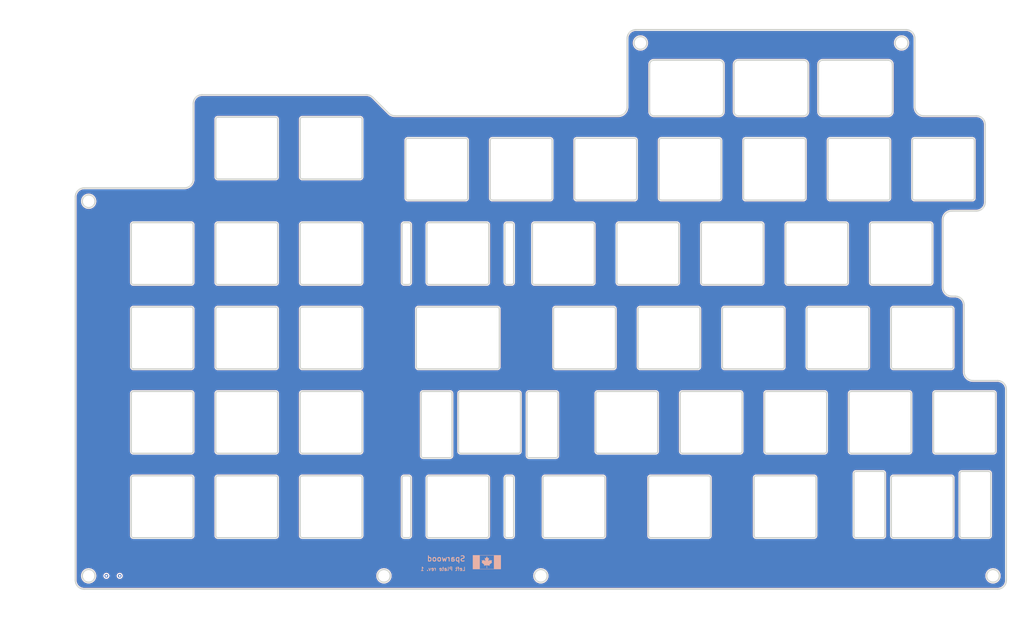
<source format=kicad_pcb>
(kicad_pcb (version 20211014) (generator pcbnew)
  (layers (0 "F.Cu" signal) (31 "B.Cu" signal) (34 "B.Paste" user) (35 "F.Paste" user) (36 "B.SilkS" user "B.Silkscreen") (37 "F.SilkS" user "F.Silkscreen") (38 "B.Mask" user) (39 "F.Mask" user) (44 "Edge.Cuts" user))
  (net 0 "")
  (gr_poly (pts (xy 139.503266 146.740484) (xy 136.459235 146.740484) (xy 136.393751 146.675) (xy 139.568751 146.675)) (layer "B.SilkS") (width 0.006) (fill solid))
  (gr_poly (pts (xy 136.393751 149.85) (xy 134.806251 149.85) (xy 134.806251 146.675) (xy 136.393751 146.675)) (layer "B.SilkS") (width 0.006) (fill solid))
  (gr_poly (pts (xy 141.15625 149.85) (xy 139.568751 149.85) (xy 139.568751 146.675) (xy 141.15625 146.675)) (layer "B.SilkS") (width 0.006) (fill solid))
  (gr_poly (pts (xy 138.200855 147.370854) (xy 138.201901 147.372817) (xy 138.203042 147.374715) (xy 138.204274 147.376544) (xy 138.205594 147.378302) (xy 138.206998 147.379987) (xy 138.208484 147.381594) (xy 138.210047 147.383122) (xy 138.211685 147.384568) (xy 138.213394 147.385928) (xy 138.215172 147.387201) (xy 138.217014 147.388383) (xy 138.218917 147.389472) (xy 138.220878 147.390465) (xy 138.222894 147.391359) (xy 138.224962 147.392151) (xy 138.227078 147.392839) (xy 138.229226 147.393416) (xy 138.231391 147.39388) (xy 138.233569 147.39423) (xy 138.235754 147.394468) (xy 138.237943 147.394593) (xy 138.240132 147.394607) (xy 138.242316 147.39451) (xy 138.244491 147.394301) (xy 138.246652 147.393983) (xy 138.248796 147.393555) (xy 138.250918 147.393018) (xy 138.253013 147.392372) (xy 138.255079 147.391618) (xy 138.257109 147.390757) (xy 138.2591 147.389788) (xy 138.261048 147.388714) (xy 138.477344 147.263698) (xy 138.342407 147.959552) (xy 138.342106 147.96131) (xy 138.341879 147.963068) (xy 138.341726 147.964822) (xy 138.341644 147.966572) (xy 138.341634 147.968314) (xy 138.341695 147.970048) (xy 138.341825 147.971772) (xy 138.342024 147.973483) (xy 138.34229 147.97518) (xy 138.342623 147.97686) (xy 138.343022 147.978523) (xy 138.343486 147.980165) (xy 138.344014 147.981786) (xy 138.344605 147.983383) (xy 138.345258 147.984954) (xy 138.345973 147.986498) (xy 138.346747 147.988013) (xy 138.347582 147.989496) (xy 138.348474 147.990946) (xy 138.349425 147.992361) (xy 138.350432 147.993739) (xy 138.351495 147.995078) (xy 138.352612 147.996377) (xy 138.353784 147.997633) (xy 138.355008 147.998844) (xy 138.356285 148.000009) (xy 138.357613 148.001126) (xy 138.358991 148.002193) (xy 138.360418 148.003208) (xy 138.361894 148.004169) (xy 138.363417 148.005074) (xy 138.364987 148.005921) (xy 138.366591 148.006703) (xy 138.368214 148.007414) (xy 138.369855 148.008053) (xy 138.371511 148.008622) (xy 138.373181 148.009121) (xy 138.374862 148.009549) (xy 138.376553 148.009908) (xy 138.378251 148.010197) (xy 138.379955 148.010417) (xy 138.381661 148.010569) (xy 138.383369 148.010652) (xy 138.385076 148.010668) (xy 138.388478 148.010497) (xy 138.391852 148.010058) (xy 138.39518 148.009354) (xy 138.398447 148.008389) (xy 138.400053 148.007809) (xy 138.401636 148.007164) (xy 138.403196 148.006456) (xy 138.40473 148.005684) (xy 138.406237 148.004848) (xy 138.407713 148.00395) (xy 138.409158 148.002988) (xy 138.410568 148.001965) (xy 138.411943 148.000879) (xy 138.413279 147.999732) (xy 138.414575 147.998524) (xy 138.415829 147.997255) (xy 138.695626 147.696953) (xy 138.765079 147.860333) (xy 138.76587 147.862071) (xy 138.76673 147.863759) (xy 138.767657 147.865397) (xy 138.768648 147.866982) (xy 138.770814 147.869991) (xy 138.773211 147.872778) (xy 138.775819 147.875334) (xy 138.778622 147.877648) (xy 138.7816 147.879712) (xy 138.784737 147.881516) (xy 138.788015 147.883051) (xy 138.791414 147.884307) (xy 138.794917 147.885275) (xy 138.798507 147.885946) (xy 138.802164 147.88631) (xy 138.805872 147.886358) (xy 138.807739 147.886261) (xy 138.809612 147.886081) (xy 138.811488 147.885817) (xy 138.813365 147.885469) (xy 139.171876 147.809401) (xy 139.048844 148.187755) (xy 139.04826 148.189691) (xy 139.04777 148.191635) (xy 139.047374 148.193583) (xy 139.04707 148.195534) (xy 139.046858 148.197485) (xy 139.046736 148.199432) (xy 139.046702 148.201374) (xy 139.046757 148.203307) (xy 139.046898 148.205229) (xy 139.047124 148.207137) (xy 139.047435 148.209027) (xy 139.047829 148.210899) (xy 139.048304 148.212748) (xy 139.048861 148.214572) (xy 139.049497 148.216368) (xy 139.050211 148.218134) (xy 139.051002 148.219867) (xy 139.05187 148.221563) (xy 139.052812 148.223221) (xy 139.053828 148.224838) (xy 139.054916 148.22641) (xy 139.056076 148.227936) (xy 139.057306 148.229412) (xy 139.058604 148.230835) (xy 139.059971 148.232204) (xy 139.061404 148.233514) (xy 139.062902 148.234764) (xy 139.064465 148.235951) (xy 139.06609 148.237072) (xy 139.067778 148.238124) (xy 139.069526 148.239104) (xy 139.071334 148.24001) (xy 139.211563 148.305495) (xy 138.589131 148.809526) (xy 138.586557 148.811791) (xy 138.584197 148.814224) (xy 138.582056 148.816811) (xy 138.580137 148.819538) (xy 138.578444 148.822389) (xy 138.576981 148.82535) (xy 138.575753 148.828407) (xy 138.574763 148.831545) (xy 138.574016 148.834749) (xy 138.573514 148.838005) (xy 138.573263 148.841299) (xy 138.573266 148.844614) (xy 138.573528 148.847938) (xy 138.574052 148.851256) (xy 138.574842 148.854552) (xy 138.575902 148.857812) (xy 138.652631 149.069479) (xy 138.084438 148.969599) (xy 138.080917 148.969095) (xy 138.077393 148.968793) (xy 138.073874 148.968689) (xy 138.070368 148.968782) (xy 138.066884 148.96907) (xy 138.063428 148.96955) (xy 138.060009 148.970219) (xy 138.056635 148.971076) (xy 138.053313 148.972119) (xy 138.050052 148.973345) (xy 138.046859 148.974752) (xy 138.043743 148.976337) (xy 138.040711 148.978099) (xy 138.037771 148.980036) (xy 138.034931 148.982144) (xy 138.032199 148.984422) (xy 138.0296 148.986851) (xy 138.027156 148.989408) (xy 138.02487 148.992085) (xy 138.022746 148.994875) (xy 138.020787 148.997771) (xy 138.018995 149.000765) (xy 138.017374 149.003849) (xy 138.015928 149.007016) (xy 138.014659 149.010258) (xy 138.013571 149.013567) (xy 138.012667 149.016937) (xy 138.01195 149.020359) (xy 138.011423 149.023826) (xy 138.01109 149.027331) (xy 138.010953 149.030865) (xy 138.011016 149.034422) (xy 138.040782 149.60526) (xy 137.921719 149.60526) (xy 137.951485 149.034422) (xy 137.951548 149.030865) (xy 137.951412 149.027331) (xy 137.951079 149.023826) (xy 137.950552 149.020359) (xy 137.949835 149.016937) (xy 137.948931 149.013567) (xy 137.947842 149.010258) (xy 137.946574 149.007016) (xy 137.945127 149.003849) (xy 137.943507 149.000765) (xy 137.941715 148.997771) (xy 137.939756 148.994875) (xy 137.937631 148.992085) (xy 137.935346 148.989408) (xy 137.932902 148.986851) (xy 137.930303 148.984422) (xy 137.927571 148.982144) (xy 137.924731 148.980036) (xy 137.921791 148.978099) (xy 137.918759 148.976337) (xy 137.915642 148.974752) (xy 137.91245 148.973345) (xy 137.909189 148.972119) (xy 137.905867 148.971076) (xy 137.902493 148.970219) (xy 137.899074 148.96955) (xy 137.895618 148.96907) (xy 137.892133 148.968782) (xy 137.888628 148.968689) (xy 137.885109 148.968793) (xy 137.881585 148.969095) (xy 137.878063 148.969599) (xy 137.309871 149.069479) (xy 137.3866 148.857812) (xy 137.387164 148.856188) (xy 137.38766 148.854552) (xy 137.388089 148.852907) (xy 137.38845 148.851256) (xy 137.388745 148.849599) (xy 137.388974 148.847938) (xy 137.389137 148.846276) (xy 137.389235 148.844614) (xy 137.389269 148.842955) (xy 137.389239 148.841299) (xy 137.389145 148.839648) (xy 137.388988 148.838005) (xy 137.388768 148.836372) (xy 137.388486 148.834749) (xy 137.388143 148.83314) (xy 137.387739 148.831545) (xy 137.387274 148.829967) (xy 137.386749 148.828407) (xy 137.386164 148.826868) (xy 137.38552 148.82535) (xy 137.384818 148.823857) (xy 137.384058 148.822389) (xy 137.38324 148.820948) (xy 137.382365 148.819538) (xy 137.381434 148.818158) (xy 137.380446 148.816811) (xy 137.379403 148.815499) (xy 137.378305 148.814224) (xy 137.377152 148.812987) (xy 137.375945 148.811791) (xy 137.374684 148.810636) (xy 137.373371 148.809526) (xy 136.750938 148.305495) (xy 136.891168 148.24001) (xy 136.892975 148.239104) (xy 136.894724 148.238124) (xy 136.896411 148.237072) (xy 136.898037 148.235951) (xy 136.899599 148.234764) (xy 136.901098 148.233514) (xy 136.902531 148.232204) (xy 136.903897 148.230835) (xy 136.905196 148.229412) (xy 136.906426 148.227936) (xy 136.908674 148.224838) (xy 136.910632 148.221563) (xy 136.912291 148.218134) (xy 136.913641 148.214572) (xy 136.914673 148.210899) (xy 136.915377 148.207137) (xy 136.915604 148.205229) (xy 136.915745 148.203307) (xy 136.915799 148.201374) (xy 136.915766 148.199432) (xy 136.915644 148.197485) (xy 136.915431 148.195534) (xy 136.915128 148.193583) (xy 136.914732 148.191635) (xy 136.914242 148.189691) (xy 136.913657 148.187755) (xy 136.790626 147.809401) (xy 137.149136 147.885469) (xy 137.151014 147.885817) (xy 137.15289 147.886081) (xy 137.154763 147.886261) (xy 137.15663 147.886358) (xy 137.158489 147.886375) (xy 137.160337 147.88631) (xy 137.162174 147.886167) (xy 137.163995 147.885946) (xy 137.165799 147.885649) (xy 137.167584 147.885275) (xy 137.169348 147.884828) (xy 137.171088 147.884307) (xy 137.172802 147.883714) (xy 137.174487 147.883051) (xy 137.176142 147.882318) (xy 137.177764 147.881516) (xy 137.179351 147.880647) (xy 137.180901 147.879712) (xy 137.182411 147.878712) (xy 137.18388 147.877648) (xy 137.185304 147.876522) (xy 137.186683 147.875334) (xy 137.188012 147.874086) (xy 137.189291 147.872778) (xy 137.190517 147.871413) (xy 137.191687 147.869991) (xy 137.1928 147.868514) (xy 137.193853 147.866982) (xy 137.194844 147.865397) (xy 137.195771 147.863759) (xy 137.196631 147.862071) (xy 137.197423 147.860333) (xy 137.266876 147.696953) (xy 137.546673 147.997255) (xy 137.549223 147.999732) (xy 137.551933 148.001965) (xy 137.554788 148.00395) (xy 137.557771 148.005684) (xy 137.560865 148.007164) (xy 137.564054 148.008389) (xy 137.567321 148.009354) (xy 137.57065 148.010058) (xy 137.574024 148.010497) (xy 137.577426 148.010668) (xy 137.58084 148.010569) (xy 137.58425 148.010197) (xy 137.587639 148.009549) (xy 137.59099 148.008622) (xy 137.594288 148.007414) (xy 137.597514 148.005921) (xy 137.600607 148.004169) (xy 137.603511 148.002193) (xy 137.606216 148.000009) (xy 137.608718 147.997633) (xy 137.611007 147.995078) (xy 137.613077 147.992361) (xy 137.61492 147.989496) (xy 137.616529 147.986498) (xy 137.617897 147.983383) (xy 137.619016 147.980165) (xy 137.619878 147.97686) (xy 137.620478 147.973483) (xy 137.620807 147.970048) (xy 137.620857 147.966572) (xy 137.620622 147.963068) (xy 137.620095 147.959552) (xy 137.485157 147.263698) (xy 137.701454 147.388714) (xy 137.703402 147.389788) (xy 137.705393 147.390757) (xy 137.707423 147.391618) (xy 137.709488 147.392372) (xy 137.711584 147.393018) (xy 137.713706 147.393555) (xy 137.715849 147.393983) (xy 137.718011 147.394301) (xy 137.720186 147.39451) (xy 137.722369 147.394607) (xy 137.724558 147.394593) (xy 137.726747 147.394468) (xy 137.728933 147.39423) (xy 137.73111 147.39388) (xy 137.733275 147.393416) (xy 137.735424 147.392839) (xy 137.737539 147.392151) (xy 137.739607 147.391359) (xy 137.741623 147.390465) (xy 137.743585 147.389472) (xy 137.745488 147.388383) (xy 137.74733 147.387201) (xy 137.749107 147.385928) (xy 137.750817 147.384568) (xy 137.752455 147.383122) (xy 137.754018 147.381594) (xy 137.755504 147.379987) (xy 137.756908 147.378302) (xy 137.758228 147.376544) (xy 137.75946 147.374715) (xy 137.7606 147.372817) (xy 137.761647 147.370854) (xy 137.981251 146.939583)) (layer "B.SilkS") (width 0.006) (fill solid))
  (gr_poly (pts (xy 139.568751 149.85) (xy 136.393751 149.85) (xy 136.459235 149.784515) (xy 139.503266 149.784515)) (layer "B.SilkS") (width 0.006) (fill solid))
  (gr_arc (start 109.35625 90.65) (mid 109.709803 90.796447) (end 109.85625 91.15) (layer "Edge.Cuts") (width 0.3))
  (gr_line (start 137.93125 71.6) (end 124.93125 71.6) (layer "Edge.Cuts") (width 0.3))
  (gr_line (start 186.34375 85.1) (end 186.34375 72.1) (layer "Edge.Cuts") (width 0.3))
  (gr_arc (start 214.91875 53.05) (mid 215.065197 52.696447) (end 215.41875 52.55) (layer "Edge.Cuts") (width 0.3))
  (gr_arc (start 95.85625 72.1) (mid 96.002697 71.746447) (end 96.35625 71.6) (layer "Edge.Cuts") (width 0.3))
  (gr_arc (start 90.30625 128.75) (mid 90.659803 128.896447) (end 90.80625 129.25) (layer "Edge.Cuts") (width 0.3))
  (gr_line (start 234.46875 52.55) (end 247.46875 52.55) (layer "Edge.Cuts") (width 0.3))
  (gr_arc (start 120.16875 66.55) (mid 119.815197 66.403553) (end 119.66875 66.05) (layer "Edge.Cuts") (width 0.3))
  (gr_arc (start 139.21875 66.55) (mid 138.865197 66.403553) (end 138.71875 66.05) (layer "Edge.Cuts") (width 0.3))
  (gr_arc (start 186.05625 104.15) (mid 185.909803 104.503553) (end 185.55625 104.65) (layer "Edge.Cuts") (width 0.3))
  (gr_arc (start 153.50625 104.65) (mid 153.152697 104.503553) (end 153.00625 104.15) (layer "Edge.Cuts") (width 0.3))
  (gr_arc (start 57.75625 91.15) (mid 57.902697 90.796447) (end 58.25625 90.65) (layer "Edge.Cuts") (width 0.3))
  (gr_line (start 71.75625 72.1) (end 71.75625 85.1) (layer "Edge.Cuts") (width 0.3))
  (gr_line (start 71.25625 142.75) (end 58.25625 142.75) (layer "Edge.Cuts") (width 0.3))
  (gr_line (start 95.85625 72.1) (end 95.85625 85.1) (layer "Edge.Cuts") (width 0.3))
  (gr_arc (start 124.43125 129.25) (mid 124.577697 128.896447) (end 124.93125 128.75) (layer "Edge.Cuts") (width 0.3))
  (gr_arc (start 214.13125 109.7) (mid 214.484803 109.846447) (end 214.63125 110.2) (layer "Edge.Cuts") (width 0.3))
  (gr_arc (start 175.67475 47.522) (mid 174.967643 47.229107) (end 174.67475 46.522) (layer "Edge.Cuts") (width 0.3))
  (gr_line (start 227.26825 142.75) (end 221.26825 142.75) (layer "Edge.Cuts") (width 0.3))
  (gr_line (start 144.03125 142.25) (end 144.03125 129.25) (layer "Edge.Cuts") (width 0.3))
  (gr_arc (start 195.58125 123.2) (mid 195.434803 123.553553) (end 195.08125 123.7) (layer "Edge.Cuts") (width 0.3))
  (gr_arc (start 120.33125 128.75) (mid 120.684803 128.896447) (end 120.83125 129.25) (layer "Edge.Cuts") (width 0.3))
  (gr_arc (start 109.85625 142.25) (mid 109.709803 142.603553) (end 109.35625 142.75) (layer "Edge.Cuts") (width 0.3))
  (gr_arc (start 144.03125 85.1) (mid 143.884803 85.453553) (end 143.53125 85.6) (layer "Edge.Cuts") (width 0.3))
  (gr_arc (start 221.26825 142.75) (mid 220.914697 142.603553) (end 220.76825 142.25) (layer "Edge.Cuts") (width 0.3))
  (gr_line (start 145.075 123.7) (end 132.075 123.7) (layer "Edge.Cuts") (width 0.3))
  (gr_arc (start 119.33125 85.6) (mid 118.977697 85.453553) (end 118.83125 85.1) (layer "Edge.Cuts") (width 0.3))
  (gr_arc (start 171.26875 52.55) (mid 171.622303 52.696447) (end 171.76875 53.05) (layer "Edge.Cuts") (width 0.3))
  (gr_arc (start 137.93125 128.75) (mid 138.284803 128.896447) (end 138.43125 129.25) (layer "Edge.Cuts") (width 0.3))
  (gr_arc (start 153.513 109.7) (mid 153.866521 109.846464) (end 154.013 110.2) (layer "Edge.Cuts") (width 0.3))
  (gr_line (start 90.80625 91.15) (end 90.80625 104.15) (layer "Edge.Cuts") (width 0.3))
  (gr_arc (start 140.3125 90.65) (mid 140.666021 90.796464) (end 140.8125 91.15) (layer "Edge.Cuts") (width 0.3))
  (gr_line (start 142.03125 85.1) (end 142.03125 72.1) (layer "Edge.Cuts") (width 0.3))
  (gr_arc (start 76.80625 48.2875) (mid 76.952697 47.933947) (end 77.30625 47.7875) (layer "Edge.Cuts") (width 0.3))
  (gr_line (start 210.15625 104.15) (end 210.15625 91.15) (layer "Edge.Cuts") (width 0.3))
  (gr_line (start 152.21875 52.55) (end 139.21875 52.55) (layer "Edge.Cuts") (width 0.3))
  (gr_line (start 138.43125 85.1) (end 138.43125 72.1) (layer "Edge.Cuts") (width 0.3))
  (gr_line (start 90.30625 123.7) (end 77.30625 123.7) (layer "Edge.Cuts") (width 0.3))
  (gr_line (start 71.75625 44.7375) (end 71.75625 61.7875) (layer "Edge.Cuts") (width 0.3))
  (gr_arc (start 191.10625 91.15) (mid 191.252697 90.796447) (end 191.60625 90.65) (layer "Edge.Cuts") (width 0.3))
  (gr_arc (start 218.89375 71.6) (mid 219.247303 71.746447) (end 219.39375 72.1) (layer "Edge.Cuts") (width 0.3))
  (gr_arc (start 158.26875 66.55) (mid 157.915197 66.403553) (end 157.76875 66.05) (layer "Edge.Cuts") (width 0.3))
  (gr_arc (start 95.85625 110.2) (mid 96.002697 109.846447) (end 96.35625 109.7) (layer "Edge.Cuts") (width 0.3))
  (gr_arc (start 109.85625 61.2875) (mid 109.709803 61.641053) (end 109.35625 61.7875) (layer "Edge.Cuts") (width 0.3))
  (gr_line (start 151.125 128.75) (end 164.125 128.75) (layer "Edge.Cuts") (width 0.3))
  (gr_arc (start 242.70625 128.75) (mid 243.059803 128.896447) (end 243.20625 129.25) (layer "Edge.Cuts") (width 0.3))
  (gr_line (start 186.84375 71.6) (end 199.84375 71.6) (layer "Edge.Cuts") (width 0.3))
  (gr_arc (start 215.41875 66.55) (mid 215.065197 66.403553) (end 214.91875 66.05) (layer "Edge.Cuts") (width 0.3))
  (gr_line (start 130.137 124.2) (end 130.137 110.2) (layer "Edge.Cuts") (width 0.3))
  (gr_arc (start 119.66875 53.05) (mid 119.815197 52.696447) (end 120.16875 52.55) (layer "Edge.Cuts") (width 0.3))
  (gr_line (start 120.33125 128.75) (end 119.33125 128.75) (layer "Edge.Cuts") (width 0.3))
  (gr_line (start 167.62475 47.5) (end 117.246062 47.5) (layer "Edge.Cuts") (width 0.3))
  (gr_line (start 90.30625 61.7875) (end 77.30625 61.7875) (layer "Edge.Cuts") (width 0.3))
  (gr_line (start 251.14425 142.75) (end 245.14425 142.75) (layer "Edge.Cuts") (width 0.3))
  (gr_arc (start 199.84375 71.6) (mid 200.197303 71.746447) (end 200.34375 72.1) (layer "Edge.Cuts") (width 0.3))
  (gr_arc (start 233.96875 53.05) (mid 234.115197 52.696447) (end 234.46875 52.55) (layer "Edge.Cuts") (width 0.3))
  (gr_line (start 124.43125 72.1) (end 124.43125 85.1) (layer "Edge.Cuts") (width 0.3))
  (gr_line (start 119.66875 66.05) (end 119.66875 53.05) (layer "Edge.Cuts") (width 0.3))
  (gr_circle (center 231.52475 31.05) (end 230.07475 31.05) (layer "Edge.Cuts") (width 0.3) (fill none))
  (gr_line (start 133.16875 66.55) (end 120.16875 66.55) (layer "Edge.Cuts") (width 0.3))
  (gr_arc (start 47.15625 154.35) (mid 45.742036 153.764214) (end 45.15625 152.35) (layer "Edge.Cuts") (width 0.3))
  (gr_arc (start 76.80625 129.25) (mid 76.952697 128.896447) (end 77.30625 128.75) (layer "Edge.Cuts") (width 0.3))
  (gr_line (start 234.52475 45.5) (end 234.52475 30.05) (layer "Edge.Cuts") (width 0.3))
  (gr_line (start 175.67475 47.522) (end 190.37475 47.522) (layer "Edge.Cuts") (width 0.3))
  (gr_arc (start 71.25625 71.6) (mid 71.609803 71.746447) (end 71.75625 72.1) (layer "Edge.Cuts") (width 0.3))
  (gr_line (start 153.513 124.7) (end 147.513 124.7) (layer "Edge.Cuts") (width 0.3))
  (gr_line (start 167.29375 72.1) (end 167.29375 85.1) (layer "Edge.Cuts") (width 0.3))
  (gr_arc (start 195.86875 53.05) (mid 196.015197 52.696447) (end 196.36875 52.55) (layer "Edge.Cuts") (width 0.3))
  (gr_line (start 180.79375 71.6) (end 167.79375 71.6) (layer "Edge.Cuts") (width 0.3))
  (gr_line (start 154.013 110.2) (end 154.013 124.2) (layer "Edge.Cuts") (width 0.3))
  (gr_arc (start 131.575 110.2) (mid 131.721444 109.846429) (end 132.075 109.7) (layer "Edge.Cuts") (width 0.3))
  (gr_line (start 162.24375 85.1) (end 162.24375 72.1) (layer "Edge.Cuts") (width 0.3))
  (gr_line (start 215.41875 52.55) (end 228.41875 52.55) (layer "Edge.Cuts") (width 0.3))
  (gr_line (start 174.9375 128.75) (end 187.9375 128.75) (layer "Edge.Cuts") (width 0.3))
  (gr_line (start 96.35625 123.7) (end 109.35625 123.7) (layer "Edge.Cuts") (width 0.3))
  (gr_arc (start 224.94375 85.6) (mid 224.590197 85.453553) (end 224.44375 85.1) (layer "Edge.Cuts") (width 0.3))
  (gr_line (start 71.25625 123.7) (end 58.25625 123.7) (layer "Edge.Cuts") (width 0.3))
  (gr_arc (start 90.80625 142.25) (mid 90.659803 142.603553) (end 90.30625 142.75) (layer "Edge.Cuts") (width 0.3))
  (gr_arc (start 143.53125 128.75) (mid 143.884803 128.896447) (end 144.03125 129.25) (layer "Edge.Cuts") (width 0.3))
  (gr_arc (start 247.46875 52.55) (mid 247.822303 52.696447) (end 247.96875 53.05) (layer "Edge.Cuts") (width 0.3))
  (gr_arc (start 223.65625 90.65) (mid 224.009803 90.796447) (end 224.15625 91.15) (layer "Edge.Cuts") (width 0.3))
  (gr_arc (start 229.20625 91.15) (mid 229.352697 90.796447) (end 229.70625 90.65) (layer "Edge.Cuts") (width 0.3))
  (gr_arc (start 182.08125 123.7) (mid 181.727697 123.553553) (end 181.58125 123.2) (layer "Edge.Cuts") (width 0.3))
  (gr_circle (center 48.15625 151.35) (end 46.70625 151.35) (layer "Edge.Cuts") (width 0.3) (fill none))
  (gr_line (start 205.89375 71.6) (end 218.89375 71.6) (layer "Edge.Cuts") (width 0.3))
  (gr_line (start 223.65625 104.65) (end 210.65625 104.65) (layer "Edge.Cuts") (width 0.3))
  (gr_arc (start 119.33125 142.75) (mid 118.977697 142.603553) (end 118.83125 142.25) (layer "Edge.Cuts") (width 0.3))
  (gr_arc (start 57.75625 129.25) (mid 57.902697 128.896447) (end 58.25625 128.75) (layer "Edge.Cuts") (width 0.3))
  (gr_arc (start 124.93125 85.6) (mid 124.577697 85.453553) (end 124.43125 85.1) (layer "Edge.Cuts") (width 0.3))
  (gr_line (start 109.35625 71.6) (end 96.35625 71.6) (layer "Edge.Cuts") (width 0.3))
  (gr_line (start 90.30625 104.65) (end 77.30625 104.65) (layer "Edge.Cuts") (width 0.3))
  (gr_arc (start 201.13125 123.7) (mid 200.777697 123.553553) (end 200.63125 123.2) (layer "Edge.Cuts") (width 0.3))
  (gr_arc (start 109.35625 128.75) (mid 109.709803 128.896447) (end 109.85625 129.25) (layer "Edge.Cuts") (width 0.3))
  (gr_arc (start 71.75625 44.7375) (mid 72.342036 43.323286) (end 73.75625 42.7375) (layer "Edge.Cuts") (width 0.3))
  (gr_line (start 205.39375 85.1) (end 205.39375 72.1) (layer "Edge.Cuts") (width 0.3))
  (gr_arc (start 220.18125 123.7) (mid 219.827697 123.553553) (end 219.68125 123.2) (layer "Edge.Cuts") (width 0.3))
  (gr_line (start 57.75625 85.1) (end 57.75625 72.1) (layer "Edge.Cuts") (width 0.3))
  (gr_line (start 77.30625 47.7875) (end 90.30625 47.7875) (layer "Edge.Cuts") (width 0.3))
  (gr_arc (start 167.79375 85.6) (mid 167.440197 85.453553) (end 167.29375 85.1) (layer "Edge.Cuts") (width 0.3))
  (gr_line (start 71.75625 110.2) (end 71.75625 123.2) (layer "Edge.Cuts") (width 0.3))
  (gr_arc (start 219.39375 85.1) (mid 219.247303 85.453553) (end 218.89375 85.6) (layer "Edge.Cuts") (width 0.3))
  (gr_arc (start 198.25 129.25) (mid 198.396444 128.896429) (end 198.75 128.75) (layer "Edge.Cuts") (width 0.3))
  (gr_line (start 119.33125 142.75) (end 120.33125 142.75) (layer "Edge.Cuts") (width 0.3))
  (gr_line (start 176.81875 53.05) (end 176.81875 66.05) (layer "Edge.Cuts") (width 0.3))
  (gr_arc (start 151.125 142.75) (mid 150.771479 142.603536) (end 150.625 142.25) (layer "Edge.Cuts") (width 0.3))
  (gr_line (start 90.80625 85.1) (end 90.80625 72.1) (layer "Edge.Cuts") (width 0.3))
  (gr_line (start 198.75 142.75) (end 211.75 142.75) (layer "Edge.Cuts") (width 0.3))
  (gr_arc (start 245.14425 142.75) (mid 244.790697 142.603553) (end 244.64425 142.25) (layer "Edge.Cuts") (width 0.3))
  (gr_arc (start 239.23125 123.7) (mid 238.877697 123.553553) (end 238.73125 123.2) (layer "Edge.Cuts") (width 0.3))
  (gr_line (start 95.85625 129.25) (end 95.85625 142.25) (layer "Edge.Cuts") (width 0.3))
  (gr_line (start 109.85625 91.15) (end 109.85625 104.15) (layer "Edge.Cuts") (width 0.3))
  (gr_line (start 76.80625 142.25) (end 76.80625 129.25) (layer "Edge.Cuts") (width 0.3))
  (gr_line (start 109.85625 61.2875) (end 109.85625 48.2875) (layer "Edge.Cuts") (width 0.3))
  (gr_arc (start 233.18125 109.7) (mid 233.534803 109.846447) (end 233.68125 110.2) (layer "Edge.Cuts") (width 0.3))
  (gr_line (start 195.58125 110.2) (end 195.58125 123.2) (layer "Edge.Cuts") (width 0.3))
  (gr_arc (start 205.89375 85.6) (mid 205.540197 85.453553) (end 205.39375 85.1) (layer "Edge.Cuts") (width 0.3))
  (gr_circle (center 252.15625 151.35) (end 250.70625 151.35) (layer "Edge.Cuts") (width 0.3) (fill none))
  (gr_line (start 147.513 109.7) (end 153.513 109.7) (layer "Edge.Cuts") (width 0.3))
  (gr_line (start 153.50625 104.65) (end 166.50625 104.65) (layer "Edge.Cuts") (width 0.3))
  (gr_arc (start 227.26825 127.75) (mid 227.621803 127.896447) (end 227.76825 128.25) (layer "Edge.Cuts") (width 0.3))
  (gr_arc (start 167.00625 104.15) (mid 166.859803 104.503553) (end 166.50625 104.65) (layer "Edge.Cuts") (width 0.3))
  (gr_arc (start 58.25625 142.75) (mid 57.902697 142.603553) (end 57.75625 142.25) (layer "Edge.Cuts") (width 0.3))
  (gr_circle (center 48.15625 66.7875) (end 46.70625 66.7875) (layer "Edge.Cuts") (width 0.3) (fill none))
  (gr_line (start 239.23125 109.7) (end 252.23125 109.7) (layer "Edge.Cuts") (width 0.3))
  (gr_arc (start 122.55 104.65) (mid 122.196479 104.503536) (end 122.05 104.15) (layer "Edge.Cuts") (width 0.3))
  (gr_arc (start 132.075 123.7) (mid 131.721479 123.553536) (end 131.575 123.2) (layer "Edge.Cuts") (width 0.3))
  (gr_arc (start 162.24375 85.1) (mid 162.097303 85.453553) (end 161.74375 85.6) (layer "Edge.Cuts") (width 0.3))
  (gr_arc (start 176.81875 53.05) (mid 176.965197 52.696447) (end 177.31875 52.55) (layer "Edge.Cuts") (width 0.3))
  (gr_line (start 196.36875 52.55) (end 209.36875 52.55) (layer "Edge.Cuts") (width 0.3))
  (gr_line (start 214.91875 66.05) (end 214.91875 53.05) (layer "Edge.Cuts") (width 0.3))
  (gr_line (start 132.075 109.7) (end 145.075 109.7) (layer "Edge.Cuts") (width 0.3))
  (gr_line (start 148.74375 85.6) (end 161.74375 85.6) (layer "Edge.Cuts") (width 0.3))
  (gr_arc (start 167.29375 72.1) (mid 167.440197 71.746447) (end 167.79375 71.6) (layer "Edge.Cuts") (width 0.3))
  (gr_arc (start 193.72475 35.922) (mid 194.017643 35.214893) (end 194.72475 34.922) (layer "Edge.Cuts") (width 0.3))
  (gr_line (start 147.013 124.2) (end 147.013 110.2) (layer "Edge.Cuts") (width 0.3))
  (gr_line (start 190.81875 66.05) (end 190.81875 53.05) (layer "Edge.Cuts") (width 0.3))
  (gr_arc (start 224.15625 104.15) (mid 224.009803 104.503553) (end 223.65625 104.65) (layer "Edge.Cuts") (width 0.3))
  (gr_line (start 255.15625 152.35) (end 255.15625 109.275) (layer "Edge.Cuts") (width 0.3))
  (gr_line (start 143.53125 85.6) (end 142.53125 85.6) (layer "Edge.Cuts") (width 0.3))
  (gr_arc (start 157.76875 53.05) (mid 157.915197 52.696447) (end 158.26875 52.55) (layer "Edge.Cuts") (width 0.3))
  (gr_line (start 243.20625 104.15) (end 243.20625 91.15) (layer "Edge.Cuts") (width 0.3))
  (gr_line (start 90.80625 129.25) (end 90.80625 142.25) (layer "Edge.Cuts") (width 0.3))
  (gr_line (start 195.86875 66.05) (end 195.86875 53.05) (layer "Edge.Cuts") (width 0.3))
  (gr_line (start 69.75625 63.7875) (end 47.15625 63.7875) (layer "Edge.Cuts") (width 0.3))
  (gr_line (start 181.29375 85.1) (end 181.29375 72.1) (layer "Edge.Cuts") (width 0.3))
  (gr_line (start 209.42475 34.922) (end 194.72475 34.922) (layer "Edge.Cuts") (width 0.3))
  (gr_arc (start 71.75625 61.7875) (mid 71.170464 63.201714) (end 69.75625 63.7875) (layer "Edge.Cuts") (width 0.3))
  (gr_line (start 140.8125 104.15) (end 140.8125 91.15) (layer "Edge.Cuts") (width 0.3))
  (gr_line (start 162.53125 110.2) (end 162.53125 123.2) (layer "Edge.Cuts") (width 0.3))
  (gr_arc (start 123.637 124.7) (mid 123.283479 124.553536) (end 123.137 124.2) (layer "Edge.Cuts") (width 0.3))
  (gr_arc (start 210.65625 104.65) (mid 210.302697 104.503553) (end 210.15625 104.15) (layer "Edge.Cuts") (width 0.3))
  (gr_arc (start 140.8125 104.15) (mid 140.666056 104.503571) (end 140.3125 104.65) (layer "Edge.Cuts") (width 0.3))
  (gr_arc (start 213.77475 47.522) (mid 213.067643 47.229107) (end 212.77475 46.522) (layer "Edge.Cuts") (width 0.3))
  (gr_arc (start 187.9375 128.75) (mid 188.291021 128.896464) (end 188.4375 129.25) (layer "Edge.Cuts") (width 0.3))
  (gr_arc (start 243.20625 142.25) (mid 243.059803 142.603553) (end 242.70625 142.75) (layer "Edge.Cuts") (width 0.3))
  (gr_line (start 194.72475 47.522) (end 209.42475 47.522) (layer "Edge.Cuts") (width 0.3))
  (gr_arc (start 244.64425 128.25) (mid 244.790697 127.896447) (end 245.14425 127.75) (layer "Edge.Cuts") (width 0.3))
  (gr_arc (start 154.013 124.2) (mid 153.866556 124.553571) (end 153.513 124.7) (layer "Edge.Cuts") (width 0.3))
  (gr_arc (start 96.35625 123.7) (mid 96.002697 123.553553) (end 95.85625 123.2) (layer "Edge.Cuts") (width 0.3))
  (gr_arc (start 90.30625 90.65) (mid 90.659803 90.796447) (end 90.80625 91.15) (layer "Edge.Cuts") (width 0.3))
  (gr_line (start 227.76825 128.25) (end 227.76825 142.25) (layer "Edge.Cuts") (width 0.3))
  (gr_line (start 161.74375 71.6) (end 148.74375 71.6) (layer "Edge.Cuts") (width 0.3))
  (gr_line (start 109.85625 142.25) (end 109.85625 129.25) (layer "Edge.Cuts") (width 0.3))
  (gr_line (start 237.94375 71.6) (end 224.94375 71.6) (layer "Edge.Cuts") (width 0.3))
  (gr_arc (start 95.85625 129.25) (mid 96.002697 128.896447) (end 96.35625 128.75) (layer "Edge.Cuts") (width 0.3))
  (gr_line (start 71.75625 91.15) (end 71.75625 104.15) (layer "Edge.Cuts") (width 0.3))
  (gr_line (start 120.83125 85.1) (end 120.83125 72.1) (layer "Edge.Cuts") (width 0.3))
  (gr_arc (start 200.34375 85.1) (mid 200.197303 85.453553) (end 199.84375 85.6) (layer "Edge.Cuts") (width 0.3))
  (gr_arc (start 190.31875 52.55) (mid 190.672303 52.696447) (end 190.81875 53.05) (layer "Edge.Cuts") (width 0.3))
  (gr_arc (start 58.25625 104.65) (mid 57.902697 104.503553) (end 57.75625 104.15) (layer "Edge.Cuts") (width 0.3))
  (gr_line (start 133.66875 53.05) (end 133.66875 66.05) (layer "Edge.Cuts") (width 0.3))
  (gr_arc (start 45.15625 65.7875) (mid 45.742036 64.373286) (end 47.15625 63.7875) (layer "Edge.Cuts") (width 0.3))
  (gr_arc (start 90.80625 123.2) (mid 90.659803 123.553553) (end 90.30625 123.7) (layer "Edge.Cuts") (width 0.3))
  (gr_line (start 77.30625 90.65) (end 90.30625 90.65) (layer "Edge.Cuts") (width 0.3))
  (gr_line (start 77.30625 109.7) (end 90.30625 109.7) (layer "Edge.Cuts") (width 0.3))
  (gr_arc (start 133.16875 52.55) (mid 133.522303 52.696447) (end 133.66875 53.05) (layer "Edge.Cuts") (width 0.3))
  (gr_arc (start 247.63125 107.275) (mid 246.217036 106.689214) (end 245.63125 105.275) (layer "Edge.Cuts") (width 0.3))
  (gr_line (start 120.33125 71.6) (end 119.33125 71.6) (layer "Edge.Cuts") (width 0.3))
  (gr_arc (start 238.44375 85.1) (mid 238.297303 85.453553) (end 237.94375 85.6) (layer "Edge.Cuts") (width 0.3))
  (gr_line (start 220.76825 142.25) (end 220.76825 128.25) (layer "Edge.Cuts") (width 0.3))
  (gr_line (start 193.72475 35.922) (end 193.72475 46.522) (layer "Edge.Cuts") (width 0.3))
  (gr_arc (start 124.43125 72.1) (mid 124.577697 71.746447) (end 124.93125 71.6) (layer "Edge.Cuts") (width 0.3))
  (gr_arc (start 163.03125 123.7) (mid 162.677697 123.553553) (end 162.53125 123.2) (layer "Edge.Cuts") (width 0.3))
  (gr_arc (start 252.23125 109.7) (mid 252.584803 109.846447) (end 252.73125 110.2) (layer "Edge.Cuts") (width 0.3))
  (gr_line (start 188.4375 129.25) (end 188.4375 142.25) (layer "Edge.Cuts") (width 0.3))
  (gr_arc (start 229.47475 46.522) (mid 229.181857 47.229107) (end 228.47475 47.522) (layer "Edge.Cuts") (width 0.3))
  (gr_arc (start 71.75625 85.1) (mid 71.609803 85.453553) (end 71.25625 85.6) (layer "Edge.Cuts") (width 0.3))
  (gr_arc (start 234.46875 66.55) (mid 234.115197 66.403553) (end 233.96875 66.05) (layer "Edge.Cuts") (width 0.3))
  (gr_arc (start 212.77475 35.922) (mid 213.067643 35.214893) (end 213.77475 34.922) (layer "Edge.Cuts") (width 0.3))
  (gr_arc (start 191.37475 46.522) (mid 191.081857 47.229107) (end 190.37475 47.522) (layer "Edge.Cuts") (width 0.3))
  (gr_line (start 195.08125 123.7) (end 182.08125 123.7) (layer "Edge.Cuts") (width 0.3))
  (gr_line (start 238.73125 123.2) (end 238.73125 110.2) (layer "Edge.Cuts") (width 0.3))
  (gr_line (start 166.50625 90.65) (end 153.50625 90.65) (layer "Edge.Cuts") (width 0.3))
  (gr_line (start 139.21875 66.55) (end 152.21875 66.55) (layer "Edge.Cuts") (width 0.3))
  (gr_line (start 167.00625 104.15) (end 167.00625 91.15) (layer "Edge.Cuts") (width 0.3))
  (gr_line (start 172.05625 91.15) (end 172.05625 104.15) (layer "Edge.Cuts") (width 0.3))
  (gr_line (start 58.25625 90.65) (end 71.25625 90.65) (layer "Edge.Cuts") (width 0.3))
  (gr_arc (start 196.36875 66.55) (mid 196.015197 66.403553) (end 195.86875 66.05) (layer "Edge.Cuts") (width 0.3))
  (gr_line (start 247.96875 53.05) (end 247.96875 66.05) (layer "Edge.Cuts") (width 0.3))
  (gr_arc (start 190.81875 66.05) (mid 190.672303 66.403553) (end 190.31875 66.55) (layer "Edge.Cuts") (width 0.3))
  (gr_line (start 186.05625 104.15) (end 186.05625 91.15) (layer "Edge.Cuts") (width 0.3))
  (gr_line (start 185.55625 90.65) (end 172.55625 90.65) (layer "Edge.Cuts") (width 0.3))
  (gr_arc (start 205.39375 72.1) (mid 205.540197 71.746447) (end 205.89375 71.6) (layer "Edge.Cuts") (width 0.3))
  (gr_line (start 247.46875 66.55) (end 234.46875 66.55) (layer "Edge.Cuts") (width 0.3))
  (gr_arc (start 181.29375 85.1) (mid 181.147303 85.453553) (end 180.79375 85.6) (layer "Edge.Cuts") (width 0.3))
  (gr_arc (start 142.03125 72.1) (mid 142.177697 71.746447) (end 142.53125 71.6) (layer "Edge.Cuts") (width 0.3))
  (gr_line (start 229.20625 129.25) (end 229.20625 142.25) (layer "Edge.Cuts") (width 0.3))
  (gr_arc (start 77.30625 104.65) (mid 76.952697 104.503553) (end 76.80625 104.15) (layer "Edge.Cuts") (width 0.3))
  (gr_line (start 122.55 104.65) (end 140.3125 104.65) (layer "Edge.Cuts") (width 0.3))
  (gr_line (start 169.62475 30.05) (end 169.62475 45.5) (layer "Edge.Cuts") (width 0.3))
  (gr_arc (start 117.246062 47.5) (mid 116.480693 47.347763) (end 115.831849 46.914214) (layer "Edge.Cuts") (width 0.3))
  (gr_line (start 96.35625 61.7875) (end 109.35625 61.7875) (layer "Edge.Cuts") (width 0.3))
  (gr_line (start 171.76875 53.05) (end 171.76875 66.05) (layer "Edge.Cuts") (width 0.3))
  (gr_line (start 242.70625 128.75) (end 229.70625 128.75) (layer "Edge.Cuts") (width 0.3))
  (gr_arc (start 57.75625 110.2) (mid 57.902697 109.846447) (end 58.25625 109.7) (layer "Edge.Cuts") (width 0.3))
  (gr_arc (start 194.72475 47.522) (mid 194.017643 47.229107) (end 193.72475 46.522) (layer "Edge.Cuts") (width 0.3))
  (gr_line (start 224.44375 72.1) (end 224.44375 85.1) (layer "Edge.Cuts") (width 0.3))
  (gr_arc (start 198.75 142.75) (mid 198.396479 142.603536) (end 198.25 142.25) (layer "Edge.Cuts") (width 0.3))
  (gr_line (start 90.80625 110.2) (end 90.80625 123.2) (layer "Edge.Cuts") (width 0.3))
  (gr_line (start 140.3125 90.65) (end 122.55 90.65) (layer "Edge.Cuts") (width 0.3))
  (gr_line (start 138.71875 53.05) (end 138.71875 66.05) (layer "Edge.Cuts") (width 0.3))
  (gr_arc (start 200.63125 110.2) (mid 200.777697 109.846447) (end 201.13125 109.7) (layer "Edge.Cuts") (width 0.3))
  (gr_line (start 205.10625 91.15) (end 205.10625 104.15) (layer "Edge.Cuts") (width 0.3))
  (gr_arc (start 248.39375 47.5) (mid 249.807964 48.085786) (end 250.39375 49.5) (layer "Edge.Cuts") (width 0.3))
  (gr_arc (start 109.85625 85.1) (mid 109.709803 85.453553) (end 109.35625 85.6) (layer "Edge.Cuts") (width 0.3))
  (gr_arc (start 228.47475 34.922) (mid 229.181857 35.214893) (end 229.47475 35.922) (layer "Edge.Cuts") (width 0.3))
  (gr_line (start 58.25625 109.7) (end 71.25625 109.7) (layer "Edge.Cuts") (width 0.3))
  (gr_line (start 252.23125 123.7) (end 239.23125 123.7) (layer "Edge.Cuts") (width 0.3))
  (gr_arc (start 130.137 124.2) (mid 129.990556 124.553571) (end 129.637 124.7) (layer "Edge.Cuts") (width 0.3))
  (gr_arc (start 148.74375 85.6) (mid 148.390197 85.453553) (end 148.24375 85.1) (layer "Edge.Cuts") (width 0.3))
  (gr_arc (start 174.67475 35.922) (mid 174.967643 35.214893) (end 175.67475 34.922) (layer "Edge.Cuts") (width 0.3))
  (gr_arc (start 138.43125 85.1) (mid 138.284803 85.453553) (end 137.93125 85.6) (layer "Edge.Cuts") (width 0.3))
  (gr_arc (start 58.25625 85.6) (mid 57.902697 85.453553) (end 57.75625 85.1) (layer "Edge.Cuts") (width 0.3))
  (gr_arc (start 243.20625 104.15) (mid 243.059803 104.503553) (end 242.70625 104.65) (layer "Edge.Cuts") (width 0.3))
  (gr_line (start 144.03125 72.1) (end 144.03125 85.1) (layer "Edge.Cuts") (width 0.3))
  (gr_arc (start 152.21875 52.55) (mid 152.572303 52.696447) (end 152.71875 53.05) (layer "Edge.Cuts") (width 0.3))
  (gr_line (start 124.43125 142.25) (end 124.43125 129.25) (layer "Edge.Cuts") (width 0.3))
  (gr_arc (start 242.86875 88.225) (mid 241.454536 87.639214) (end 240.86875 86.225) (layer "Edge.Cuts") (width 0.3))
  (gr_line (start 142.53125 71.6) (end 143.53125 71.6) (layer "Edge.Cuts") (width 0.3))
  (gr_line (start 214.63125 123.2) (end 214.63125 110.2) (layer "Edge.Cuts") (width 0.3))
  (gr_line (start 90.30625 142.75) (end 77.30625 142.75) (layer "Edge.Cuts") (width 0.3))
  (gr_line (start 242.86875 68.975) (end 248.39375 68.975) (layer "Edge.Cuts") (width 0.3))
  (gr_line (start 190.37475 34.922) (end 175.67475 34.922) (layer "Edge.Cuts") (width 0.3))
  (gr_arc (start 169.62475 45.5) (mid 169.038964 46.914214) (end 167.62475 47.5) (layer "Edge.Cuts") (width 0.3))
  (gr_arc (start 219.68125 110.2) (mid 219.827697 109.846447) (end 220.18125 109.7) (layer "Edge.Cuts") (width 0.3))
  (gr_arc (start 96.35625 85.6) (mid 96.002697 85.453553) (end 95.85625 85.1) (layer "Edge.Cuts") (width 0.3))
  (gr_line (start 58.25625 71.6) (end 71.25625 71.6) (layer "Edge.Cuts") (width 0.3))
  (gr_arc (start 224.44375 72.1) (mid 224.590197 71.746447) (end 224.94375 71.6) (layer "Edge.Cuts") (width 0.3))
  (gr_arc (start 120.83125 142.25) (mid 120.684803 142.603553) (end 120.33125 142.75) (layer "Edge.Cuts") (width 0.3))
  (gr_arc (start 164.125 128.75) (mid 164.478521 128.896464) (end 164.625 129.25) (layer "Edge.Cuts") (width 0.3))
  (gr_line (start 109.35625 47.7875) (end 96.35625 47.7875) (layer "Edge.Cuts") (width 0.3))
  (gr_line (start 119.33125 85.6) (end 120.33125 85.6) (layer "Edge.Cuts") (width 0.3))
  (gr_line (start 142.03125 129.25) (end 142.03125 142.25) (layer "Edge.Cuts") (width 0.3))
  (gr_arc (start 153.00625 91.15) (mid 153.152697 90.796447) (end 153.50625 90.65) (layer "Edge.Cuts") (width 0.3))
  (gr_arc (start 191.60625 104.65) (mid 191.252697 104.503553) (end 191.10625 104.15) (layer "Edge.Cuts") (width 0.3))
  (gr_line (start 252.73125 110.2) (end 252.73125 123.2) (layer "Edge.Cuts") (width 0.3))
  (gr_line (start 210.65625 90.65) (end 223.65625 90.65) (layer "Edge.Cuts") (width 0.3))
  (gr_line (start 124.93125 85.6) (end 137.93125 85.6) (layer "Edge.Cuts") (width 0.3))
  (gr_arc (start 205.10625 104.15) (mid 204.959803 104.503553) (end 204.60625 104.65) (layer "Edge.Cuts") (width 0.3))
  (gr_arc (start 71.75625 123.2) (mid 71.609803 123.553553) (end 71.25625 123.7) (layer "Edge.Cuts") (width 0.3))
  (gr_line (start 191.60625 90.65) (end 204.60625 90.65) (layer "Edge.Cuts") (width 0.3))
  (gr_arc (start 236.52475 47.5) (mid 235.110536 46.914214) (end 234.52475 45.5) (layer "Edge.Cuts") (width 0.3))
  (gr_arc (start 229.70625 104.65) (mid 229.352697 104.503553) (end 229.20625 104.15) (layer "Edge.Cuts") (width 0.3))
  (gr_arc (start 185.55625 90.65) (mid 185.909803 90.796447) (end 186.05625 91.15) (layer "Edge.Cuts") (width 0.3))
  (gr_line (start 191.10625 104.15) (end 191.10625 91.15) (layer "Edge.Cuts") (width 0.3))
  (gr_line (start 250.39375 66.975) (end 250.39375 49.5) (layer "Edge.Cuts") (width 0.3))
  (gr_arc (start 90.30625 71.6) (mid 90.659803 71.746447) (end 90.80625 72.1) (layer "Edge.Cuts") (width 0.3))
  (gr_line (start 118.83125 129.25) (end 118.83125 142.25) (layer "Edge.Cuts") (width 0.3))
  (gr_arc (start 58.25625 123.7) (mid 57.902697 123.553553) (end 57.75625 123.2) (layer "Edge.Cuts") (width 0.3))
  (gr_arc (start 181.58125 110.2) (mid 181.727697 109.846447) (end 182.08125 109.7) (layer "Edge.Cuts") (width 0.3))
  (gr_line (start 212.77475 35.922) (end 212.77475 46.522) (layer "Edge.Cuts") (width 0.3))
  (gr_arc (start 90.30625 109.7) (mid 90.659803 109.846447) (end 90.80625 110.2) (layer "Edge.Cuts") (width 0.3))
  (gr_line (start 182.08125 109.7) (end 195.08125 109.7) (layer "Edge.Cuts") (width 0.3))
  (gr_line (start 47.15625 154.35) (end 253.15625 154.35) (layer "Edge.Cuts") (width 0.3))
  (gr_line (start 57.75625 104.15) (end 57.75625 91.15) (layer "Edge.Cuts") (width 0.3))
  (gr_line (start 248.39375 47.5) (end 236.52475 47.5) (layer "Edge.Cuts") (width 0.3))
  (gr_arc (start 71.75625 142.25) (mid 71.609803 142.603553) (end 71.25625 142.75) (layer "Edge.Cuts") (width 0.3))
  (gr_arc (start 186.34375 72.1) (mid 186.490197 71.746447) (end 186.84375 71.6) (layer "Edge.Cuts") (width 0.3))
  (gr_arc (start 109.35625 71.6) (mid 109.709803 71.746447) (end 109.85625 72.1) (layer "Edge.Cuts") (width 0.3))
  (gr_arc (start 110.826708 42.7375) (mid 111.592084 42.889727) (end 112.240922 43.323286) (layer "Edge.Cuts") (width 0.3))
  (gr_line (start 233.68125 110.2) (end 233.68125 123.2) (layer "Edge.Cuts") (width 0.3))
  (gr_arc (start 120.83125 85.1) (mid 120.684803 85.453553) (end 120.33125 85.6) (layer "Edge.Cuts") (width 0.3))
  (gr_arc (start 138.71875 53.05) (mid 138.865197 52.696447) (end 139.21875 52.55) (layer "Edge.Cuts") (width 0.3))
  (gr_line (start 110.826708 42.7375) (end 73.75625 42.7375) (layer "Edge.Cuts") (width 0.3))
  (gr_line (start 158.26875 52.55) (end 171.26875 52.55) (layer "Edge.Cuts") (width 0.3))
  (gr_arc (start 172.05625 91.15) (mid 172.202697 90.796447) (end 172.55625 90.65) (layer "Edge.Cuts") (width 0.3))
  (gr_arc (start 137.93125 71.6) (mid 138.284803 71.746447) (end 138.43125 72.1) (layer "Edge.Cuts") (width 0.3))
  (gr_arc (start 90.80625 61.2875) (mid 90.659803 61.641053) (end 90.30625 61.7875) (layer "Edge.Cuts") (width 0.3))
  (gr_line (start 124.93125 128.75) (end 137.93125 128.75) (layer "Edge.Cuts") (width 0.3))
  (gr_line (start 77.30625 85.6) (end 90.30625 85.6) (layer "Edge.Cuts") (width 0.3))
  (gr_line (start 143.53125 128.75) (end 142.53125 128.75) (layer "Edge.Cuts") (width 0.3))
  (gr_line (start 211.75 128.75) (end 198.75 128.75) (layer "Edge.Cuts") (width 0.3))
  (gr_line (start 221.26825 127.75) (end 227.26825 127.75) (layer "Edge.Cuts") (width 0.3))
  (gr_arc (start 212.25 142.25) (mid 212.103556 142.603571) (end 211.75 142.75) (layer "Edge.Cuts") (width 0.3))
  (gr_line (start 120.16875 52.55) (end 133.16875 52.55) (layer "Edge.Cuts") (width 0.3))
  (gr_line (start 96.35625 85.6) (end 109.35625 85.6) (layer "Edge.Cuts") (width 0.3))
  (gr_arc (start 96.35625 61.7875) (mid 96.002697 61.641053) (end 95.85625 61.2875) (layer "Edge.Cuts") (width 0.3))
  (gr_arc (start 152.71875 66.05) (mid 152.572303 66.403553) (end 152.21875 66.55) (layer "Edge.Cuts") (width 0.3))
  (gr_line (start 148.24375 72.1) (end 148.24375 85.1) (layer "Edge.Cuts") (width 0.3))
  (gr_arc (start 76.80625 110.2) (mid 76.952697 109.846447) (end 77.30625 109.7) (layer "Edge.Cuts") (width 0.3))
  (gr_line (start 233.96875 66.05) (end 233.96875 53.05) (layer "Edge.Cuts") (width 0.3))
  (gr_arc (start 250.39375 66.975) (mid 249.807964 68.389214) (end 248.39375 68.975) (layer "Edge.Cuts") (width 0.3))
  (gr_arc (start 253.15625 107.275) (mid 254.570464 107.860786) (end 255.15625 109.275) (layer "Edge.Cuts") (width 0.3))
  (gr_line (start 242.70625 90.65) (end 229.70625 90.65) (layer "Edge.Cuts") (width 0.3))
  (gr_arc (start 109.35625 109.7) (mid 109.709803 109.846447) (end 109.85625 110.2) (layer "Edge.Cuts") (width 0.3))
  (gr_line (start 76.80625 61.2875) (end 76.80625 48.2875) (layer "Edge.Cuts") (width 0.3))
  (gr_line (start 95.85625 110.2) (end 95.85625 123.2) (layer "Edge.Cuts") (width 0.3))
  (gr_arc (start 109.85625 123.2) (mid 109.709803 123.553553) (end 109.35625 123.7) (layer "Edge.Cuts") (width 0.3))
  (gr_line (start 174.4375 142.25) (end 174.4375 129.25) (layer "Edge.Cuts") (width 0.3))
  (gr_arc (start 228.41875 52.55) (mid 228.772303 52.696447) (end 228.91875 53.05) (layer "Edge.Cuts") (width 0.3))
  (gr_line (start 244.64425 142.25) (end 244.64425 128.25) (layer "Edge.Cuts") (width 0.3))
  (gr_arc (start 252.73125 123.2) (mid 252.584803 123.553553) (end 252.23125 123.7) (layer "Edge.Cuts") (width 0.3))
  (gr_line (start 220.18125 109.7) (end 233.18125 109.7) (layer "Edge.Cuts") (width 0.3))
  (gr_arc (start 90.80625 85.1) (mid 90.659803 85.453553) (end 90.30625 85.6) (layer "Edge.Cuts") (width 0.3))
  (gr_arc (start 233.68125 123.2) (mid 233.534803 123.553553) (end 233.18125 123.7) (layer "Edge.Cuts") (width 0.3))
  (gr_arc (start 77.30625 123.7) (mid 76.952697 123.553553) (end 76.80625 123.2) (layer "Edge.Cuts") (width 0.3))
  (gr_line (start 224.15625 91.15) (end 224.15625 104.15) (layer "Edge.Cuts") (width 0.3))
  (gr_line (start 76.80625 123.2) (end 76.80625 110.2) (layer "Edge.Cuts") (width 0.3))
  (gr_arc (start 166.50625 90.65) (mid 166.859803 90.796447) (end 167.00625 91.15) (layer "Edge.Cuts") (width 0.3))
  (gr_line (start 122.05 91.15) (end 122.05 104.15) (layer "Edge.Cuts") (width 0.3))
  (gr_arc (start 229.20625 129.25) (mid 229.352697 128.896447) (end 229.70625 128.75) (layer "Edge.Cuts") (width 0.3))
  (gr_arc (start 210.15625 91.15) (mid 210.302697 90.796447) (end 210.65625 90.65) (layer "Edge.Cuts") (width 0.3))
  (gr_arc (start 142.03125 129.25) (mid 142.177697 128.896447) (end 142.53125 128.75) (layer "Edge.Cuts") (width 0.3))
  (gr_circle (center 114.7625 151.35) (end 113.3125 151.35) (layer "Edge.Cuts") (width 0.3) (fill none))
  (gr_line (start 163.03125 123.7) (end 176.03125 123.7) (layer "Edge.Cuts") (width 0.3))
  (gr_arc (start 161.74375 71.6) (mid 162.097303 71.746447) (end 162.24375 72.1) (layer "Edge.Cuts") (width 0.3))
  (gr_line (start 172.55625 104.65) (end 185.55625 104.65) (layer "Edge.Cuts") (width 0.3))
  (gr_line (start 200.63125 110.2) (end 200.63125 123.2) (layer "Edge.Cuts") (width 0.3))
  (gr_line (start 176.03125 109.7) (end 163.03125 109.7) (layer "Edge.Cuts") (width 0.3))
  (gr_line (start 171.26875 66.55) (end 158.26875 66.55) (layer "Edge.Cuts") (width 0.3))
  (gr_circle (center 172.62475 31.05) (end 171.17475 31.05) (layer "Edge.Cuts") (width 0.3) (fill none))
  (gr_line (start 212.25 142.25) (end 212.25 129.25) (layer "Edge.Cuts") (width 0.3))
  (gr_arc (start 71.25625 109.7) (mid 71.609803 109.846447) (end 71.75625 110.2) (layer "Edge.Cuts") (width 0.3))
  (gr_line (start 200.34375 72.1) (end 200.34375 85.1) (layer "Edge.Cuts") (width 0.3))
  (gr_arc (start 204.60625 90.65) (mid 204.959803 90.796447) (end 205.10625 91.15) (layer "Edge.Cuts") (width 0.3))
  (gr_arc (start 164.625 142.25) (mid 164.478556 142.603571) (end 164.125 142.75) (layer "Edge.Cuts") (width 0.3))
  (gr_arc (start 190.37475 34.922) (mid 191.081857 35.214893) (end 191.37475 35.922) (layer "Edge.Cuts") (width 0.3))
  (gr_arc (start 95.85625 48.2875) (mid 96.002697 47.933947) (end 96.35625 47.7875) (layer "Edge.Cuts") (width 0.3))
  (gr_arc (start 232.52475 28.05) (mid 233.938964 28.635786) (end 234.52475 30.05) (layer "Edge.Cuts") (width 0.3))
  (gr_line (start 76.80625 104.15) (end 76.80625 91.15) (layer "Edge.Cuts") (width 0.3))
  (gr_line (start 95.85625 48.2875) (end 95.85625 61.2875) (layer "Edge.Cuts") (width 0.3))
  (gr_arc (start 209.36875 52.55) (mid 209.722303 52.696447) (end 209.86875 53.05) (layer "Edge.Cuts") (width 0.3))
  (gr_line (start 228.47475 34.922) (end 213.77475 34.922) (layer "Edge.Cuts") (width 0.3))
  (gr_line (start 137.93125 142.75) (end 124.93125 142.75) (layer "Edge.Cuts") (width 0.3))
  (gr_arc (start 144.03125 142.25) (mid 143.884803 142.603553) (end 143.53125 142.75) (layer "Edge.Cuts") (width 0.3))
  (gr_arc (start 71.25625 128.75) (mid 71.609803 128.896447) (end 71.75625 129.25) (layer "Edge.Cuts") (width 0.3))
  (gr_arc (start 195.08125 109.7) (mid 195.434803 109.846447) (end 195.58125 110.2) (layer "Edge.Cuts") (width 0.3))
  (gr_line (start 243.20625 142.25) (end 243.20625 129.25) (layer "Edge.Cuts") (width 0.3))
  (gr_line (start 219.68125 123.2) (end 219.68125 110.2) (layer "Edge.Cuts") (width 0.3))
  (gr_arc (start 251.64425 142.25) (mid 251.497803 142.603553) (end 251.14425 142.75) (layer "Edge.Cuts") (width 0.3))
  (gr_line (start 164.125 142.75) (end 151.125 142.75) (layer "Edge.Cuts") (width 0.3))
  (gr_line (start 109.85625 123.2) (end 109.85625 110.2) (layer "Edge.Cuts") (width 0.3))
  (gr_arc (start 118.83125 72.1) (mid 118.977697 71.746447) (end 119.33125 71.6) (layer "Edge.Cuts") (width 0.3))
  (gr_line (start 58.25625 128.75) (end 71.25625 128.75) (layer "Edge.Cuts") (width 0.3))
  (gr_arc (start 133.66875 66.05) (mid 133.522303 66.403553) (end 133.16875 66.55) (layer "Edge.Cuts") (width 0.3))
  (gr_arc (start 227.76825 142.25) (mid 227.621803 142.603553) (end 227.26825 142.75) (layer "Edge.Cuts") (width 0.3))
  (gr_arc (start 77.30625 85.6) (mid 76.952697 85.453553) (end 76.80625 85.1) (layer "Edge.Cuts") (width 0.3))
  (gr_arc (start 240.86875 70.975) (mid 241.454536 69.560786) (end 242.86875 68.975) (layer "Edge.Cuts") (width 0.3))
  (gr_line (start 118.83125 72.1) (end 118.83125 85.1) (layer "Edge.Cuts") (width 0.3))
  (gr_arc (start 71.75625 104.15) (mid 71.609803 104.503553) (end 71.25625 104.65) (layer "Edge.Cuts") (width 0.3))
  (gr_arc (start 124.93125 142.75) (mid 124.577697 142.603553) (end 124.43125 142.25) (layer "Edge.Cuts") (width 0.3))
  (gr_line (start 96.35625 142.75) (end 109.35625 142.75) (layer "Edge.Cuts") (width 0.3))
  (gr_arc (start 109.85625 104.15) (mid 109.709803 104.503553) (end 109.35625 104.65) (layer "Edge.Cuts") (width 0.3))
  (gr_arc (start 147.513 124.7) (mid 147.159479 124.553536) (end 147.013 124.2) (layer "Edge.Cuts") (width 0.3))
  (gr_line (start 138.43125 129.25) (end 138.43125 142.25) (layer "Edge.Cuts") (width 0.3))
  (gr_arc (start 251.14425 127.75) (mid 251.497803 127.896447) (end 251.64425 128.25) (layer "Edge.Cuts") (width 0.3))
  (gr_line (start 90.30625 71.6) (end 77.30625 71.6) (layer "Edge.Cuts") (width 0.3))
  (gr_arc (start 247.96875 66.05) (mid 247.822303 66.403553) (end 247.46875 66.55) (layer "Edge.Cuts") (width 0.3))
  (gr_line (start 243.63125 88.225) (end 242.86875 88.225) (layer "Edge.Cuts") (width 0.3))
  (gr_line (start 228.91875 53.05) (end 228.91875 66.05) (layer "Edge.Cuts") (width 0.3))
  (gr_line (start 218.89375 85.6) (end 205.89375 85.6) (layer "Edge.Cuts") (width 0.3))
  (gr_line (start 191.37475 46.522) (end 191.37475 35.922) (layer "Edge.Cuts") (width 0.3))
  (gr_line (start 131.575 123.2) (end 131.575 110.2) (layer "Edge.Cuts") (width 0.3))
  (gr_line (start 229.20625 91.15) (end 229.20625 104.15) (layer "Edge.Cuts") (width 0.3))
  (gr_line (start 177.31875 66.55) (end 190.31875 66.55) (layer "Edge.Cuts") (width 0.3))
  (gr_line (start 71.25625 85.6) (end 58.25625 85.6) (layer "Edge.Cuts") (width 0.3))
  (gr_arc (start 242.70625 90.65) (mid 243.059803 90.796447) (end 243.20625 91.15) (layer "Edge.Cuts") (width 0.3))
  (gr_line (start 115.831849 46.914214) (end 112.240922 43.323286) (layer "Edge.Cuts") (width 0.3))
  (gr_line (start 209.86875 53.05) (end 209.86875 66.05) (layer "Edge.Cuts") (width 0.3))
  (gr_arc (start 176.03125 109.7) (mid 176.384803 109.846447) (end 176.53125 110.2) (layer "Edge.Cuts") (width 0.3))
  (gr_arc (start 210.42475 46.522) (mid 210.131857 47.229107) (end 209.42475 47.522) (layer "Edge.Cuts") (width 0.3))
  (gr_arc (start 96.35625 104.65) (mid 96.002697 104.503553) (end 95.85625 104.15) (layer "Edge.Cuts") (width 0.3))
  (gr_line (start 164.625 129.25) (end 164.625 142.25) (layer "Edge.Cuts") (width 0.3))
  (gr_arc (start 162.53125 110.2) (mid 162.677697 109.846447) (end 163.03125 109.7) (layer "Edge.Cuts") (width 0.3))
  (gr_arc (start 176.53125 123.2) (mid 176.384803 123.553553) (end 176.03125 123.7) (layer "Edge.Cuts") (width 0.3))
  (gr_line (start 57.75625 142.25) (end 57.75625 129.25) (layer "Edge.Cuts") (width 0.3))
  (gr_line (start 232.52475 28.05) (end 171.62475 28.05) (layer "Edge.Cuts") (width 0.3))
  (gr_line (start 45.15625 65.7875) (end 45.15625 152.35) (layer "Edge.Cuts") (width 0.3))
  (gr_line (start 240.86875 86.225) (end 240.86875 70.975) (layer "Edge.Cuts") (width 0.3))
  (gr_arc (start 171.76875 66.05) (mid 171.622303 66.403553) (end 171.26875 66.55) (layer "Edge.Cuts") (width 0.3))
  (gr_arc (start 186.84375 85.6) (mid 186.490197 85.453553) (end 186.34375 85.1) (layer "Edge.Cuts") (width 0.3))
  (gr_circle (center 150.15625 151.35) (end 148.70625 151.35) (layer "Edge.Cuts") (width 0.3) (fill none))
  (gr_arc (start 220.76825 128.25) (mid 220.914697 127.896447) (end 221.26825 127.75) (layer "Edge.Cuts") (width 0.3))
  (gr_line (start 96.35625 90.65) (end 109.35625 90.65) (layer "Edge.Cuts") (width 0.3))
  (gr_line (start 238.44375 85.1) (end 238.44375 72.1) (layer "Edge.Cuts") (width 0.3))
  (gr_line (start 152.71875 66.05) (end 152.71875 53.05) (layer "Edge.Cuts") (width 0.3))
  (gr_line (start 204.60625 104.65) (end 191.60625 104.65) (layer "Edge.Cuts") (width 0.3))
  (gr_arc (start 138.43125 142.25) (mid 138.284803 142.603553) (end 137.93125 142.75) (layer "Edge.Cuts") (width 0.3))
  (gr_line (start 109.85625 85.1) (end 109.85625 72.1) (layer "Edge.Cuts") (width 0.3))
  (gr_arc (start 237.94375 71.6) (mid 238.297303 71.746447) (end 238.44375 72.1) (layer "Edge.Cuts") (width 0.3))
  (gr_arc (start 118.83125 129.25) (mid 118.977697 128.896447) (end 119.33125 128.75) (layer "Edge.Cuts") (width 0.3))
  (gr_arc (start 147.013 110.2) (mid 147.159444 109.846429) (end 147.513 109.7) (layer "Edge.Cuts") (width 0.3))
  (gr_line (start 229.47475 46.522) (end 229.47475 35.922) (layer "Edge.Cuts") (width 0.3))
  (gr_arc (start 57.75625 72.1) (mid 57.902697 71.746447) (end 58.25625 71.6) (layer "Edge.Cuts") (width 0.3))
  (gr_line (start 150.625 142.25) (end 150.625 129.25) (layer "Edge.Cuts") (width 0.3))
  (gr_line (start 229.70625 142.75) (end 242.70625 142.75) (layer "Edge.Cuts") (width 0.3))
  (gr_line (start 71.25625 104.65) (end 58.25625 104.65) (layer "Edge.Cuts") (width 0.3))
  (gr_line (start 181.58125 123.2) (end 181.58125 110.2) (layer "Edge.Cuts") (width 0.3))
  (gr_line (start 120.83125 142.25) (end 120.83125 129.25) (layer "Edge.Cuts") (width 0.3))
  (gr_line (start 71.75625 129.25) (end 71.75625 142.25) (layer "Edge.Cuts") (width 0.3))
  (gr_arc (start 95.85625 91.15) (mid 96.002697 90.796447) (end 96.35625 90.65) (layer "Edge.Cuts") (width 0.3))
  (gr_arc (start 174.9375 142.75) (mid 174.583979 142.603536) (end 174.4375 142.25) (layer "Edge.Cuts") (width 0.3))
  (gr_line (start 209.36875 66.55) (end 196.36875 66.55) (layer "Edge.Cuts") (width 0.3))
  (gr_arc (start 145.575 123.2) (mid 145.428556 123.553571) (end 145.075 123.7) (layer "Edge.Cuts") (width 0.3))
  (gr_line (start 123.137 110.2) (end 123.137 124.2) (layer "Edge.Cuts") (width 0.3))
  (gr_line (start 76.80625 72.1) (end 76.80625 85.1) (layer "Edge.Cuts") (width 0.3))
  (gr_arc (start 122.05 91.15) (mid 122.196444 90.796429) (end 122.55 90.65) (layer "Edge.Cuts") (width 0.3))
  (gr_line (start 253.15625 107.275) (end 247.63125 107.275) (layer "Edge.Cuts") (width 0.3))
  (gr_arc (start 129.637 109.7) (mid 129.990521 109.846464) (end 130.137 110.2) (layer "Edge.Cuts") (width 0.3))
  (gr_line (start 157.76875 66.05) (end 157.76875 53.05) (layer "Edge.Cuts") (width 0.3))
  (gr_line (start 145.575 110.2) (end 145.575 123.2) (layer "Edge.Cuts") (width 0.3))
  (gr_line (start 224.94375 85.6) (end 237.94375 85.6) (layer "Edge.Cuts") (width 0.3))
  (gr_arc (start 255.15625 152.35) (mid 254.570464 153.764214) (end 253.15625 154.35) (layer "Edge.Cuts") (width 0.3))
  (gr_arc (start 71.25625 90.65) (mid 71.609803 90.796447) (end 71.75625 91.15) (layer "Edge.Cuts") (width 0.3))
  (gr_line (start 187.9375 142.75) (end 174.9375 142.75) (layer "Edge.Cuts") (width 0.3))
  (gr_line (start 109.35625 128.75) (end 96.35625 128.75) (layer "Edge.Cuts") (width 0.3))
  (gr_line (start 198.25 129.25) (end 198.25 142.25) (layer "Edge.Cuts") (width 0.3))
  (gr_arc (start 228.91875 66.05) (mid 228.772303 66.403553) (end 228.41875 66.55) (layer "Edge.Cuts") (width 0.3))
  (gr_line (start 176.53125 123.2) (end 176.53125 110.2) (layer "Edge.Cuts") (width 0.3))
  (gr_arc (start 172.55625 104.65) (mid 172.202697 104.503553) (end 172.05625 104.15) (layer "Edge.Cuts") (width 0.3))
  (gr_line (start 90.80625 48.2875) (end 90.80625 61.2875) (layer "Edge.Cuts") (width 0.3))
  (gr_arc (start 150.625 129.25) (mid 150.771444 128.896429) (end 151.125 128.75) (layer "Edge.Cuts") (width 0.3))
  (gr_line (start 251.64425 128.25) (end 251.64425 142.25) (layer "Edge.Cuts") (width 0.3))
  (gr_arc (start 76.80625 72.1) (mid 76.952697 71.746447) (end 77.30625 71.6) (layer "Edge.Cuts") (width 0.3))
  (gr_line (start 245.63125 105.275) (end 245.63125 90.225) (layer "Edge.Cuts") (width 0.3))
  (gr_arc (start 229.70625 142.75) (mid 229.352697 142.603553) (end 229.20625 142.25) (layer "Edge.Cuts") (width 0.3))
  (gr_line (start 142.53125 142.75) (end 143.53125 142.75) (layer "Edge.Cuts") (width 0.3))
  (gr_arc (start 109.35625 47.7875) (mid 109.709803 47.933947) (end 109.85625 48.2875) (layer "Edge.Cuts") (width 0.3))
  (gr_arc (start 145.075 109.7) (mid 145.428521 109.846464) (end 145.575 110.2) (layer "Edge.Cuts") (width 0.3))
  (gr_arc (start 209.42475 34.922) (mid 210.131857 35.214893) (end 210.42475 35.922) (layer "Edge.Cuts") (width 0.3))
  (gr_line (start 123.637 124.7) (end 129.637 124.7) (layer "Edge.Cuts") (width 0.3))
  (gr_arc (start 120.33125 71.6) (mid 120.684803 71.746447) (end 120.83125 72.1) (layer "Edge.Cuts") (width 0.3))
  (gr_arc (start 77.30625 61.7875) (mid 76.952697 61.641053) (end 76.80625 61.2875) (layer "Edge.Cuts") (width 0.3))
  (gr_line (start 77.30625 128.75) (end 90.30625 128.75) (layer "Edge.Cuts") (width 0.3))
  (gr_arc (start 174.4375 129.25) (mid 174.583944 128.896429) (end 174.9375 128.75) (layer "Edge.Cuts") (width 0.3))
  (gr_line (start 109.35625 109.7) (end 96.35625 109.7) (layer "Edge.Cuts") (width 0.3))
  (gr_line (start 129.637 109.7) (end 123.637 109.7) (layer "Edge.Cuts") (width 0.3))
  (gr_arc (start 211.75 128.75) (mid 212.103521 128.896464) (end 212.25 129.25) (layer "Edge.Cuts") (width 0.3))
  (gr_line (start 229.70625 104.65) (end 242.70625 104.65) (layer "Edge.Cuts") (width 0.3))
  (gr_arc (start 123.137 110.2) (mid 123.283444 109.846429) (end 123.637 109.7) (layer "Edge.Cuts") (width 0.3))
  (gr_arc (start 238.73125 110.2) (mid 238.877697 109.846447) (end 239.23125 109.7) (layer "Edge.Cuts") (width 0.3))
  (gr_line (start 201.13125 123.7) (end 214.13125 123.7) (layer "Edge.Cuts") (width 0.3))
  (gr_arc (start 209.86875 66.05) (mid 209.722303 66.403553) (end 209.36875 66.55) (layer "Edge.Cuts") (width 0.3))
  (gr_line (start 213.77475 47.522) (end 228.47475 47.522) (layer "Edge.Cuts") (width 0.3))
  (gr_line (start 95.85625 104.15) (end 95.85625 91.15) (layer "Edge.Cuts") (width 0.3))
  (gr_line (start 245.14425 127.75) (end 251.14425 127.75) (layer "Edge.Cuts") (width 0.3))
  (gr_arc (start 96.35625 142.75) (mid 96.002697 142.603553) (end 95.85625 142.25) (layer "Edge.Cuts") (width 0.3))
  (gr_line (start 228.41875 66.55) (end 215.41875 66.55) (layer "Edge.Cuts") (width 0.3))
  (gr_line (start 210.42475 46.522) (end 210.42475 35.922) (layer "Edge.Cuts") (width 0.3))
  (gr_arc (start 243.63125 88.225) (mid 245.045464 88.810786) (end 245.63125 90.225) (layer "Edge.Cuts") (width 0.3))
  (gr_line (start 174.67475 35.922) (end 174.67475 46.522) (layer "Edge.Cuts") (width 0.3))
  (gr_arc (start 142.53125 85.6) (mid 142.177697 85.453553) (end 142.03125 85.1) (layer "Edge.Cuts") (width 0.3))
  (gr_line (start 57.75625 123.2) (end 57.75625 110.2) (layer "Edge.Cuts") (width 0.3))
  (gr_line (start 214.13125 109.7) (end 201.13125 109.7) (layer "Edge.Cuts") (width 0.3))
  (gr_line (start 219.39375 72.1) (end 219.39375 85.1) (layer "Edge.Cuts") (width 0.3))
  (gr_arc (start 90.80625 104.15) (mid 90.659803 104.503553) (end 90.30625 104.65) (layer "Edge.Cuts") (width 0.3))
  (gr_arc (start 177.31875 66.55) (mid 176.965197 66.403553) (end 176.81875 66.05) (layer "Edge.Cuts") (width 0.3))
  (gr_line (start 199.84375 85.6) (end 186.84375 85.6) (layer "Edge.Cuts") (width 0.3))
  (gr_arc (start 142.53125 142.75) (mid 142.177697 142.603553) (end 142.03125 142.25) (layer "Edge.Cuts") (width 0.3))
  (gr_line (start 167.79375 85.6) (end 180.79375 85.6) (layer "Edge.Cuts") (width 0.3))
  (gr_arc (start 188.4375 142.25) (mid 188.291056 142.603571) (end 187.9375 142.75) (layer "Edge.Cuts") (width 0.3))
  (gr_arc (start 90.30625 47.7875) (mid 90.659803 47.933947) (end 90.80625 48.2875) (layer "Edge.Cuts") (width 0.3))
  (gr_line (start 109.35625 104.65) (end 96.35625 104.65) (layer "Edge.Cuts") (width 0.3))
  (gr_line (start 233.18125 123.7) (end 220.18125 123.7) (layer "Edge.Cuts") (width 0.3))
  (gr_line (start 153.00625 91.15) (end 153.00625 104.15) (layer "Edge.Cuts") (width 0.3))
  (gr_arc (start 180.79375 71.6) (mid 181.147303 71.746447) (end 181.29375 72.1) (layer "Edge.Cuts") (width 0.3))
  (gr_arc (start 76.80625 91.15) (mid 76.952697 90.796447) (end 77.30625 90.65) (layer "Edge.Cuts") (width 0.3))
  (gr_arc (start 169.62475 30.05) (mid 170.210536 28.635786) (end 171.62475 28.05) (layer "Edge.Cuts") (width 0.3))
  (gr_arc (start 143.53125 71.6) (mid 143.884803 71.746447) (end 144.03125 72.1) (layer "Edge.Cuts") (width 0.3))
  (gr_line (start 190.31875 52.55) (end 177.31875 52.55) (layer "Edge.Cuts") (width 0.3))
  (gr_arc (start 214.63125 123.2) (mid 214.484803 123.553553) (end 214.13125 123.7) (layer "Edge.Cuts") (width 0.3))
  (gr_arc (start 77.30625 142.75) (mid 76.952697 142.603553) (end 76.80625 142.25) (layer "Edge.Cuts") (width 0.3))
  (gr_arc (start 148.24375 72.1) (mid 148.390197 71.746447) (end 148.74375 71.6) (layer "Edge.Cuts") (width 0.3))
  (gr_text "Sparwood" (at 133.21875 147.46875) (layer "B.SilkS") (effects (font (size 1.2 1.2) (thickness 0.2)) (justify left mirror)))
  (gr_text "Left Plate rev. 1" (at 133.21875 149.80375) (layer "B.SilkS") (effects (font (size 0.8 0.8)) (justify left mirror)))
  (via (at 55.15625 151.35) (size 0.8) (drill 0.4) (layers "F.Cu" "B.Cu") (net 0))
  (via (at 52.15625 151.35) (size 0.8) (drill 0.4) (layers "F.Cu" "B.Cu") (net 0))
  (zone (net 0) (net_name "") (layers F&B.Cu) (connect_pads (clearance 0.3)) (min_thickness 0.254) (fill yes (thermal_gap 0.5) (thermal_bridge_width 0.5))
    (polygon (pts (xy 259.15625 161.35) (xy 28.15625 161.35) (xy 28.15625 21.35) (xy 259.15625 21.35)))
  )
)
</source>
